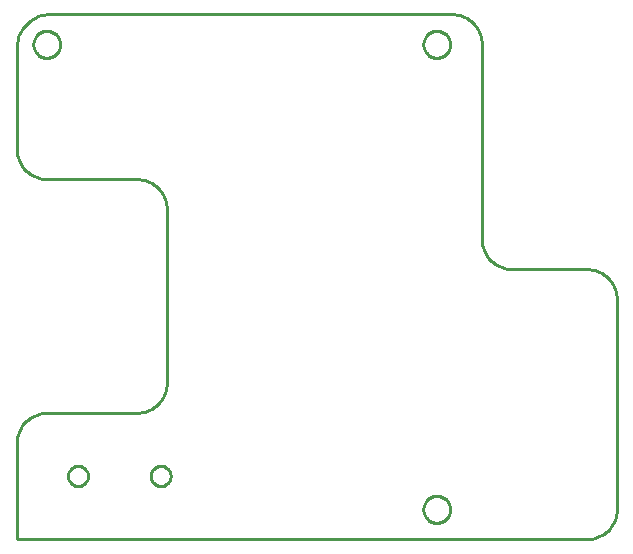
<source format=gbr>
G04 EAGLE Gerber RS-274X export*
G75*
%MOMM*%
%FSLAX34Y34*%
%LPD*%
%IN*%
%IPPOS*%
%AMOC8*
5,1,8,0,0,1.08239X$1,22.5*%
G01*
%ADD10C,0.254000*%


D10*
X0Y0D02*
X482600Y0D01*
X484814Y97D01*
X487011Y386D01*
X489174Y865D01*
X491287Y1532D01*
X493335Y2380D01*
X495300Y3403D01*
X497169Y4594D01*
X498927Y5942D01*
X500561Y7440D01*
X502058Y9073D01*
X503406Y10831D01*
X504597Y12700D01*
X505620Y14666D01*
X506468Y16713D01*
X507135Y18826D01*
X507614Y20989D01*
X507903Y23186D01*
X508000Y25400D01*
X508000Y203200D01*
X507903Y205414D01*
X507614Y207611D01*
X507135Y209774D01*
X506468Y211887D01*
X505620Y213935D01*
X504597Y215900D01*
X503406Y217769D01*
X502058Y219527D01*
X500561Y221161D01*
X498927Y222658D01*
X497169Y224006D01*
X495300Y225197D01*
X493335Y226220D01*
X491287Y227068D01*
X489174Y227735D01*
X487011Y228214D01*
X484814Y228503D01*
X482600Y228600D01*
X419100Y228600D01*
X416886Y228697D01*
X414689Y228986D01*
X412526Y229465D01*
X410413Y230132D01*
X408366Y230980D01*
X406400Y232003D01*
X404531Y233194D01*
X402773Y234542D01*
X401140Y236040D01*
X399642Y237673D01*
X398294Y239431D01*
X397103Y241300D01*
X396080Y243266D01*
X395232Y245313D01*
X394565Y247426D01*
X394086Y249589D01*
X393797Y251786D01*
X393700Y254000D01*
X393700Y419100D01*
X393603Y421314D01*
X393314Y423511D01*
X392835Y425674D01*
X392168Y427787D01*
X391320Y429835D01*
X390297Y431800D01*
X389106Y433669D01*
X387758Y435427D01*
X386261Y437061D01*
X384627Y438558D01*
X382869Y439906D01*
X381000Y441097D01*
X379035Y442120D01*
X376987Y442968D01*
X374874Y443635D01*
X372711Y444114D01*
X370514Y444403D01*
X368300Y444500D01*
X25400Y444500D01*
X22922Y444115D01*
X20486Y443515D01*
X18112Y442705D01*
X15818Y441691D01*
X13621Y440481D01*
X11538Y439084D01*
X9584Y437511D01*
X7775Y435774D01*
X6124Y433886D01*
X4644Y431860D01*
X3347Y429714D01*
X2241Y427463D01*
X1335Y425124D01*
X637Y422715D01*
X152Y420254D01*
X-117Y417760D01*
X-168Y415253D01*
X0Y412750D01*
X0Y330200D01*
X97Y327986D01*
X386Y325789D01*
X865Y323626D01*
X1532Y321513D01*
X2380Y319466D01*
X3403Y317500D01*
X4594Y315631D01*
X5942Y313873D01*
X7440Y312240D01*
X9073Y310742D01*
X10831Y309394D01*
X12700Y308203D01*
X14666Y307180D01*
X16713Y306332D01*
X18826Y305665D01*
X20989Y305186D01*
X23186Y304897D01*
X25400Y304800D01*
X101600Y304800D01*
X103814Y304703D01*
X106011Y304414D01*
X108174Y303935D01*
X110287Y303268D01*
X112335Y302420D01*
X114300Y301397D01*
X116169Y300206D01*
X117927Y298858D01*
X119561Y297361D01*
X121058Y295727D01*
X122406Y293969D01*
X123597Y292100D01*
X124620Y290135D01*
X125468Y288087D01*
X126135Y285974D01*
X126614Y283811D01*
X126903Y281614D01*
X127000Y279400D01*
X127000Y132588D01*
X126903Y130374D01*
X126614Y128177D01*
X126135Y126014D01*
X125468Y123901D01*
X124620Y121854D01*
X123597Y119888D01*
X122406Y118019D01*
X121058Y116261D01*
X119561Y114628D01*
X117927Y113130D01*
X116169Y111782D01*
X114300Y110591D01*
X112335Y109568D01*
X110287Y108720D01*
X108174Y108053D01*
X106011Y107574D01*
X103814Y107285D01*
X101600Y107188D01*
X25400Y107188D01*
X23186Y107091D01*
X20989Y106802D01*
X18826Y106323D01*
X16713Y105656D01*
X14666Y104808D01*
X12700Y103785D01*
X10831Y102594D01*
X9073Y101246D01*
X7440Y99749D01*
X5942Y98115D01*
X4594Y96357D01*
X3403Y94488D01*
X2380Y92523D01*
X1532Y90475D01*
X865Y88362D01*
X386Y86199D01*
X97Y84002D01*
X0Y81788D01*
X0Y0D01*
X367030Y24951D02*
X366960Y24056D01*
X366819Y23168D01*
X366609Y22295D01*
X366332Y21441D01*
X365988Y20611D01*
X365580Y19811D01*
X365111Y19045D01*
X364583Y18318D01*
X364000Y17635D01*
X363365Y17000D01*
X362682Y16417D01*
X361955Y15889D01*
X361189Y15420D01*
X360389Y15012D01*
X359559Y14668D01*
X358705Y14391D01*
X357832Y14181D01*
X356945Y14040D01*
X356049Y13970D01*
X355151Y13970D01*
X354256Y14040D01*
X353368Y14181D01*
X352495Y14391D01*
X351641Y14668D01*
X350811Y15012D01*
X350011Y15420D01*
X349245Y15889D01*
X348518Y16417D01*
X347835Y17000D01*
X347200Y17635D01*
X346617Y18318D01*
X346089Y19045D01*
X345620Y19811D01*
X345212Y20611D01*
X344868Y21441D01*
X344591Y22295D01*
X344381Y23168D01*
X344240Y24056D01*
X344170Y24951D01*
X344170Y25849D01*
X344240Y26745D01*
X344381Y27632D01*
X344591Y28505D01*
X344868Y29359D01*
X345212Y30189D01*
X345620Y30989D01*
X346089Y31755D01*
X346617Y32482D01*
X347200Y33165D01*
X347835Y33800D01*
X348518Y34383D01*
X349245Y34911D01*
X350011Y35380D01*
X350811Y35788D01*
X351641Y36132D01*
X352495Y36409D01*
X353368Y36619D01*
X354256Y36760D01*
X355151Y36830D01*
X356049Y36830D01*
X356945Y36760D01*
X357832Y36619D01*
X358705Y36409D01*
X359559Y36132D01*
X360389Y35788D01*
X361189Y35380D01*
X361955Y34911D01*
X362682Y34383D01*
X363365Y33800D01*
X364000Y33165D01*
X364583Y32482D01*
X365111Y31755D01*
X365580Y30989D01*
X365988Y30189D01*
X366332Y29359D01*
X366609Y28505D01*
X366819Y27632D01*
X366960Y26745D01*
X367030Y25849D01*
X367030Y24951D01*
X36830Y418651D02*
X36760Y417756D01*
X36619Y416868D01*
X36409Y415995D01*
X36132Y415141D01*
X35788Y414311D01*
X35380Y413511D01*
X34911Y412745D01*
X34383Y412018D01*
X33800Y411335D01*
X33165Y410700D01*
X32482Y410117D01*
X31755Y409589D01*
X30989Y409120D01*
X30189Y408712D01*
X29359Y408368D01*
X28505Y408091D01*
X27632Y407881D01*
X26745Y407740D01*
X25849Y407670D01*
X24951Y407670D01*
X24056Y407740D01*
X23168Y407881D01*
X22295Y408091D01*
X21441Y408368D01*
X20611Y408712D01*
X19811Y409120D01*
X19045Y409589D01*
X18318Y410117D01*
X17635Y410700D01*
X17000Y411335D01*
X16417Y412018D01*
X15889Y412745D01*
X15420Y413511D01*
X15012Y414311D01*
X14668Y415141D01*
X14391Y415995D01*
X14181Y416868D01*
X14040Y417756D01*
X13970Y418651D01*
X13970Y419549D01*
X14040Y420445D01*
X14181Y421332D01*
X14391Y422205D01*
X14668Y423059D01*
X15012Y423889D01*
X15420Y424689D01*
X15889Y425455D01*
X16417Y426182D01*
X17000Y426865D01*
X17635Y427500D01*
X18318Y428083D01*
X19045Y428611D01*
X19811Y429080D01*
X20611Y429488D01*
X21441Y429832D01*
X22295Y430109D01*
X23168Y430319D01*
X24056Y430460D01*
X24951Y430530D01*
X25849Y430530D01*
X26745Y430460D01*
X27632Y430319D01*
X28505Y430109D01*
X29359Y429832D01*
X30189Y429488D01*
X30989Y429080D01*
X31755Y428611D01*
X32482Y428083D01*
X33165Y427500D01*
X33800Y426865D01*
X34383Y426182D01*
X34911Y425455D01*
X35380Y424689D01*
X35788Y423889D01*
X36132Y423059D01*
X36409Y422205D01*
X36619Y421332D01*
X36760Y420445D01*
X36830Y419549D01*
X36830Y418651D01*
X367030Y418651D02*
X366960Y417756D01*
X366819Y416868D01*
X366609Y415995D01*
X366332Y415141D01*
X365988Y414311D01*
X365580Y413511D01*
X365111Y412745D01*
X364583Y412018D01*
X364000Y411335D01*
X363365Y410700D01*
X362682Y410117D01*
X361955Y409589D01*
X361189Y409120D01*
X360389Y408712D01*
X359559Y408368D01*
X358705Y408091D01*
X357832Y407881D01*
X356945Y407740D01*
X356049Y407670D01*
X355151Y407670D01*
X354256Y407740D01*
X353368Y407881D01*
X352495Y408091D01*
X351641Y408368D01*
X350811Y408712D01*
X350011Y409120D01*
X349245Y409589D01*
X348518Y410117D01*
X347835Y410700D01*
X347200Y411335D01*
X346617Y412018D01*
X346089Y412745D01*
X345620Y413511D01*
X345212Y414311D01*
X344868Y415141D01*
X344591Y415995D01*
X344381Y416868D01*
X344240Y417756D01*
X344170Y418651D01*
X344170Y419549D01*
X344240Y420445D01*
X344381Y421332D01*
X344591Y422205D01*
X344868Y423059D01*
X345212Y423889D01*
X345620Y424689D01*
X346089Y425455D01*
X346617Y426182D01*
X347200Y426865D01*
X347835Y427500D01*
X348518Y428083D01*
X349245Y428611D01*
X350011Y429080D01*
X350811Y429488D01*
X351641Y429832D01*
X352495Y430109D01*
X353368Y430319D01*
X354256Y430460D01*
X355151Y430530D01*
X356049Y430530D01*
X356945Y430460D01*
X357832Y430319D01*
X358705Y430109D01*
X359559Y429832D01*
X360389Y429488D01*
X361189Y429080D01*
X361955Y428611D01*
X362682Y428083D01*
X363365Y427500D01*
X364000Y426865D01*
X364583Y426182D01*
X365111Y425455D01*
X365580Y424689D01*
X365988Y423889D01*
X366332Y423059D01*
X366609Y422205D01*
X366819Y421332D01*
X366960Y420445D01*
X367030Y419549D01*
X367030Y418651D01*
X60328Y53223D02*
X60263Y52483D01*
X60134Y51753D01*
X59942Y51036D01*
X59688Y50338D01*
X59375Y49665D01*
X59004Y49023D01*
X58578Y48415D01*
X58101Y47846D01*
X57576Y47321D01*
X57007Y46844D01*
X56399Y46418D01*
X55757Y46047D01*
X55084Y45734D01*
X54386Y45480D01*
X53670Y45288D01*
X52939Y45159D01*
X52199Y45094D01*
X51457Y45094D01*
X50717Y45159D01*
X49987Y45288D01*
X49270Y45480D01*
X48572Y45734D01*
X47899Y46047D01*
X47257Y46418D01*
X46649Y46844D01*
X46080Y47321D01*
X45555Y47846D01*
X45078Y48415D01*
X44652Y49023D01*
X44281Y49665D01*
X43968Y50338D01*
X43714Y51036D01*
X43522Y51753D01*
X43393Y52483D01*
X43328Y53223D01*
X43328Y53965D01*
X43393Y54705D01*
X43522Y55436D01*
X43714Y56152D01*
X43968Y56850D01*
X44281Y57523D01*
X44652Y58165D01*
X45078Y58773D01*
X45555Y59342D01*
X46080Y59867D01*
X46649Y60344D01*
X47257Y60770D01*
X47899Y61141D01*
X48572Y61454D01*
X49270Y61708D01*
X49987Y61900D01*
X50717Y62029D01*
X51457Y62094D01*
X52199Y62094D01*
X52939Y62029D01*
X53670Y61900D01*
X54386Y61708D01*
X55084Y61454D01*
X55757Y61141D01*
X56399Y60770D01*
X57007Y60344D01*
X57576Y59867D01*
X58101Y59342D01*
X58578Y58773D01*
X59004Y58165D01*
X59375Y57523D01*
X59688Y56850D01*
X59942Y56152D01*
X60134Y55436D01*
X60263Y54705D01*
X60328Y53965D01*
X60328Y53223D01*
X130328Y53223D02*
X130263Y52483D01*
X130134Y51753D01*
X129942Y51036D01*
X129688Y50338D01*
X129375Y49665D01*
X129004Y49023D01*
X128578Y48415D01*
X128101Y47846D01*
X127576Y47321D01*
X127007Y46844D01*
X126399Y46418D01*
X125757Y46047D01*
X125084Y45734D01*
X124386Y45480D01*
X123670Y45288D01*
X122939Y45159D01*
X122199Y45094D01*
X121457Y45094D01*
X120717Y45159D01*
X119987Y45288D01*
X119270Y45480D01*
X118572Y45734D01*
X117899Y46047D01*
X117257Y46418D01*
X116649Y46844D01*
X116080Y47321D01*
X115555Y47846D01*
X115078Y48415D01*
X114652Y49023D01*
X114281Y49665D01*
X113968Y50338D01*
X113714Y51036D01*
X113522Y51753D01*
X113393Y52483D01*
X113328Y53223D01*
X113328Y53965D01*
X113393Y54705D01*
X113522Y55436D01*
X113714Y56152D01*
X113968Y56850D01*
X114281Y57523D01*
X114652Y58165D01*
X115078Y58773D01*
X115555Y59342D01*
X116080Y59867D01*
X116649Y60344D01*
X117257Y60770D01*
X117899Y61141D01*
X118572Y61454D01*
X119270Y61708D01*
X119987Y61900D01*
X120717Y62029D01*
X121457Y62094D01*
X122199Y62094D01*
X122939Y62029D01*
X123670Y61900D01*
X124386Y61708D01*
X125084Y61454D01*
X125757Y61141D01*
X126399Y60770D01*
X127007Y60344D01*
X127576Y59867D01*
X128101Y59342D01*
X128578Y58773D01*
X129004Y58165D01*
X129375Y57523D01*
X129688Y56850D01*
X129942Y56152D01*
X130134Y55436D01*
X130263Y54705D01*
X130328Y53965D01*
X130328Y53223D01*
M02*

</source>
